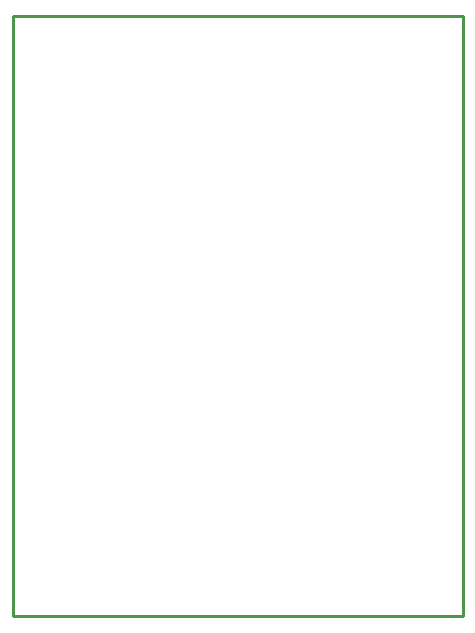
<source format=gko>
%FSLAX25Y25*%
%MOIN*%
G70*
G01*
G75*
G04 Layer_Color=16711935*
%ADD10R,0.03000X0.03370*%
%ADD11R,0.03000X0.03000*%
%ADD12R,0.01181X0.02559*%
%ADD13R,0.07000X0.13500*%
%ADD14R,0.06890X0.05709*%
%ADD15R,0.02953X0.01181*%
%ADD16R,0.02362X0.01181*%
%ADD17R,0.01575X0.02362*%
%ADD18C,0.00886*%
G04:AMPARAMS|DCode=19|XSize=10.83mil|YSize=57.36mil|CornerRadius=2.71mil|HoleSize=0mil|Usage=FLASHONLY|Rotation=180.000|XOffset=0mil|YOffset=0mil|HoleType=Round|Shape=RoundedRectangle|*
%AMROUNDEDRECTD19*
21,1,0.01083,0.05195,0,0,180.0*
21,1,0.00541,0.05736,0,0,180.0*
1,1,0.00541,-0.00271,0.02597*
1,1,0.00541,0.00271,0.02597*
1,1,0.00541,0.00271,-0.02597*
1,1,0.00541,-0.00271,-0.02597*
%
%ADD19ROUNDEDRECTD19*%
G04:AMPARAMS|DCode=20|XSize=10.83mil|YSize=25.79mil|CornerRadius=2.71mil|HoleSize=0mil|Usage=FLASHONLY|Rotation=180.000|XOffset=0mil|YOffset=0mil|HoleType=Round|Shape=RoundedRectangle|*
%AMROUNDEDRECTD20*
21,1,0.01083,0.02037,0,0,180.0*
21,1,0.00541,0.02579,0,0,180.0*
1,1,0.00541,-0.00271,0.01019*
1,1,0.00541,0.00271,0.01019*
1,1,0.00541,0.00271,-0.01019*
1,1,0.00541,-0.00271,-0.01019*
%
%ADD20ROUNDEDRECTD20*%
%ADD21R,0.02362X0.01575*%
%ADD22R,0.05000X0.03000*%
%ADD23R,0.03150X0.03150*%
%ADD24R,0.03937X0.07874*%
%ADD25C,0.02000*%
%ADD26C,0.01500*%
%ADD27C,0.01969*%
%ADD28C,0.01800*%
%ADD29C,0.01200*%
%ADD30C,0.00800*%
%ADD31C,0.01000*%
%ADD32C,0.00984*%
%ADD33C,0.00600*%
%ADD34C,0.01083*%
%ADD35R,0.08268X0.05118*%
%ADD36R,0.09055X0.03937*%
%ADD37R,0.07087X0.03937*%
%ADD38R,0.07087X0.04331*%
%ADD39R,0.02756X0.07087*%
%ADD40R,0.01969X0.07972*%
%ADD41C,0.00984*%
%ADD42C,0.06000*%
%ADD43C,0.05000*%
%ADD44R,0.05000X0.05000*%
%ADD45C,0.02500*%
%ADD46C,0.02000*%
%ADD47C,0.01000*%
%ADD48R,0.00295X0.00098*%
%ADD49C,0.04000*%
%ADD50C,0.00500*%
%ADD51C,0.00787*%
%ADD52C,0.00787*%
%ADD53C,0.00394*%
%ADD54C,0.00400*%
%ADD55C,0.00591*%
%ADD56C,0.00700*%
%ADD57R,0.04000X0.02100*%
%ADD58R,0.04100X0.16500*%
%ADD59R,0.10100X0.03500*%
%ADD60R,0.04200X0.16500*%
%ADD61R,0.05000X0.04000*%
%ADD62R,0.10000X0.03500*%
%ADD63R,0.03500X0.13500*%
%ADD64R,0.03000X0.16500*%
%ADD65R,0.02000X0.16500*%
%ADD66R,0.01000X0.16500*%
%ADD67R,0.03100X0.04000*%
%ADD68R,0.04000X0.04000*%
%ADD69R,0.04000X0.02200*%
%ADD70R,0.16200X0.16900*%
%ADD71R,0.05500X0.08500*%
%ADD72R,0.03000X0.03900*%
%ADD73R,0.02000X0.01100*%
%ADD74R,0.01500X0.01100*%
%ADD75R,0.01400X0.01600*%
%ADD76R,0.01600X0.01600*%
%ADD77R,0.01200X0.01300*%
%ADD78R,0.01400X0.01400*%
%ADD79R,0.01700X0.01300*%
%ADD80R,0.02500X0.02700*%
%ADD81R,0.01800X0.02000*%
%ADD82R,0.01200X0.01000*%
%ADD83R,0.00800X0.01000*%
%ADD84R,0.01900X0.01700*%
%ADD85R,0.02000X0.01600*%
%ADD86R,0.01300X0.01100*%
%ADD87R,0.01100X0.00900*%
%ADD88R,0.02100X0.01100*%
%ADD89R,0.03000X0.02700*%
%ADD90R,0.01700X0.01600*%
%ADD91R,0.01500X0.01300*%
%ADD92R,0.01600X0.01500*%
%ADD93R,0.00800X0.00800*%
%ADD94R,0.01200X0.01200*%
%ADD95R,0.01100X0.01000*%
%ADD96R,0.01600X0.01300*%
%ADD97R,0.01500X0.01400*%
%ADD98R,0.03900X0.04700*%
%ADD99R,0.02500X0.01000*%
%ADD100R,0.22409X0.12000*%
%ADD101R,0.16300X0.12000*%
%ADD102R,0.01693X0.01516*%
%ADD103R,0.06090X0.04909*%
G04:AMPARAMS|DCode=104|XSize=7.09mil|YSize=53.62mil|CornerRadius=1.77mil|HoleSize=0mil|Usage=FLASHONLY|Rotation=180.000|XOffset=0mil|YOffset=0mil|HoleType=Round|Shape=RoundedRectangle|*
%AMROUNDEDRECTD104*
21,1,0.00709,0.05008,0,0,180.0*
21,1,0.00354,0.05362,0,0,180.0*
1,1,0.00354,-0.00177,0.02504*
1,1,0.00354,0.00177,0.02504*
1,1,0.00354,0.00177,-0.02504*
1,1,0.00354,-0.00177,-0.02504*
%
%ADD104ROUNDEDRECTD104*%
G04:AMPARAMS|DCode=105|XSize=7.09mil|YSize=22.05mil|CornerRadius=1.77mil|HoleSize=0mil|Usage=FLASHONLY|Rotation=180.000|XOffset=0mil|YOffset=0mil|HoleType=Round|Shape=RoundedRectangle|*
%AMROUNDEDRECTD105*
21,1,0.00709,0.01850,0,0,180.0*
21,1,0.00354,0.02205,0,0,180.0*
1,1,0.00354,-0.00177,0.00925*
1,1,0.00354,0.00177,0.00925*
1,1,0.00354,0.00177,-0.00925*
1,1,0.00354,-0.00177,-0.00925*
%
%ADD105ROUNDEDRECTD105*%
%ADD106O,0.00709X0.02205*%
%ADD107O,0.00709X0.05362*%
%ADD108R,0.03800X0.04170*%
%ADD109R,0.03800X0.03800*%
%ADD110R,0.01981X0.03359*%
%ADD111R,0.07800X0.14300*%
%ADD112R,0.03353X0.01581*%
%ADD113R,0.02762X0.01581*%
%ADD114R,0.02375X0.03162*%
%ADD115R,0.03162X0.02375*%
%ADD116R,0.05800X0.03800*%
%ADD117C,0.06800*%
%ADD118C,0.05800*%
%ADD119R,0.05800X0.05800*%
%ADD120C,0.00197*%
D32*
X0Y0D02*
X150000D01*
X0Y200000D02*
X150000D01*
D41*
Y0D02*
Y200000D01*
X0Y0D02*
Y200000D01*
D54*
Y0D02*
Y200000D01*
Y0D02*
X150000D01*
Y200000D01*
X0D02*
X150000D01*
M02*

</source>
